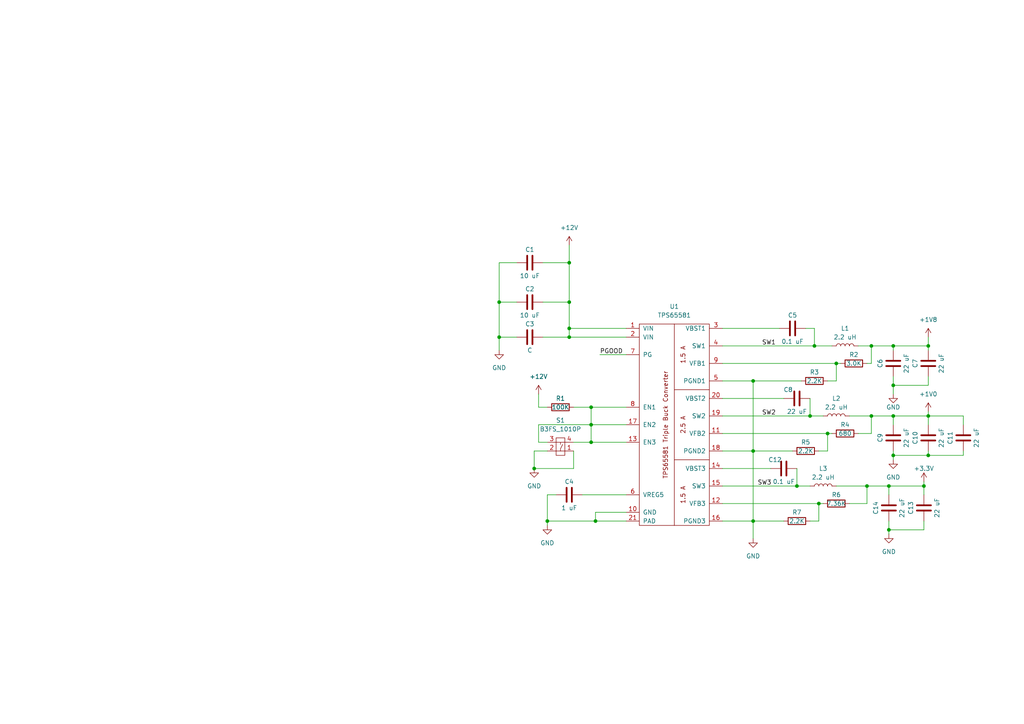
<source format=kicad_sch>
(kicad_sch (version 20230121) (generator eeschema)

  (uuid 6d34d272-376a-4771-99e5-85e7dd6edf17)

  (paper "A4")

  (lib_symbols
    (symbol "Device:C" (pin_numbers hide) (pin_names (offset 0.254)) (in_bom yes) (on_board yes)
      (property "Reference" "C" (at 0.635 2.54 0)
        (effects (font (size 1.27 1.27)) (justify left))
      )
      (property "Value" "C" (at 0.635 -2.54 0)
        (effects (font (size 1.27 1.27)) (justify left))
      )
      (property "Footprint" "" (at 0.9652 -3.81 0)
        (effects (font (size 1.27 1.27)) hide)
      )
      (property "Datasheet" "~" (at 0 0 0)
        (effects (font (size 1.27 1.27)) hide)
      )
      (property "ki_keywords" "cap capacitor" (at 0 0 0)
        (effects (font (size 1.27 1.27)) hide)
      )
      (property "ki_description" "Unpolarized capacitor" (at 0 0 0)
        (effects (font (size 1.27 1.27)) hide)
      )
      (property "ki_fp_filters" "C_*" (at 0 0 0)
        (effects (font (size 1.27 1.27)) hide)
      )
      (symbol "C_0_1"
        (polyline
          (pts
            (xy -2.032 -0.762)
            (xy 2.032 -0.762)
          )
          (stroke (width 0.508) (type default))
          (fill (type none))
        )
        (polyline
          (pts
            (xy -2.032 0.762)
            (xy 2.032 0.762)
          )
          (stroke (width 0.508) (type default))
          (fill (type none))
        )
      )
      (symbol "C_1_1"
        (pin passive line (at 0 3.81 270) (length 2.794)
          (name "~" (effects (font (size 1.27 1.27))))
          (number "1" (effects (font (size 1.27 1.27))))
        )
        (pin passive line (at 0 -3.81 90) (length 2.794)
          (name "~" (effects (font (size 1.27 1.27))))
          (number "2" (effects (font (size 1.27 1.27))))
        )
      )
    )
    (symbol "Device:L" (pin_numbers hide) (pin_names (offset 1.016) hide) (in_bom yes) (on_board yes)
      (property "Reference" "L" (at -1.27 0 90)
        (effects (font (size 1.27 1.27)))
      )
      (property "Value" "L" (at 1.905 0 90)
        (effects (font (size 1.27 1.27)))
      )
      (property "Footprint" "" (at 0 0 0)
        (effects (font (size 1.27 1.27)) hide)
      )
      (property "Datasheet" "~" (at 0 0 0)
        (effects (font (size 1.27 1.27)) hide)
      )
      (property "ki_keywords" "inductor choke coil reactor magnetic" (at 0 0 0)
        (effects (font (size 1.27 1.27)) hide)
      )
      (property "ki_description" "Inductor" (at 0 0 0)
        (effects (font (size 1.27 1.27)) hide)
      )
      (property "ki_fp_filters" "Choke_* *Coil* Inductor_* L_*" (at 0 0 0)
        (effects (font (size 1.27 1.27)) hide)
      )
      (symbol "L_0_1"
        (arc (start 0 -2.54) (mid 0.6323 -1.905) (end 0 -1.27)
          (stroke (width 0) (type default))
          (fill (type none))
        )
        (arc (start 0 -1.27) (mid 0.6323 -0.635) (end 0 0)
          (stroke (width 0) (type default))
          (fill (type none))
        )
        (arc (start 0 0) (mid 0.6323 0.635) (end 0 1.27)
          (stroke (width 0) (type default))
          (fill (type none))
        )
        (arc (start 0 1.27) (mid 0.6323 1.905) (end 0 2.54)
          (stroke (width 0) (type default))
          (fill (type none))
        )
      )
      (symbol "L_1_1"
        (pin passive line (at 0 3.81 270) (length 1.27)
          (name "1" (effects (font (size 1.27 1.27))))
          (number "1" (effects (font (size 1.27 1.27))))
        )
        (pin passive line (at 0 -3.81 90) (length 1.27)
          (name "2" (effects (font (size 1.27 1.27))))
          (number "2" (effects (font (size 1.27 1.27))))
        )
      )
    )
    (symbol "Device:R" (pin_numbers hide) (pin_names (offset 0)) (in_bom yes) (on_board yes)
      (property "Reference" "R" (at 2.032 0 90)
        (effects (font (size 1.27 1.27)))
      )
      (property "Value" "R" (at 0 0 90)
        (effects (font (size 1.27 1.27)))
      )
      (property "Footprint" "" (at -1.778 0 90)
        (effects (font (size 1.27 1.27)) hide)
      )
      (property "Datasheet" "~" (at 0 0 0)
        (effects (font (size 1.27 1.27)) hide)
      )
      (property "ki_keywords" "R res resistor" (at 0 0 0)
        (effects (font (size 1.27 1.27)) hide)
      )
      (property "ki_description" "Resistor" (at 0 0 0)
        (effects (font (size 1.27 1.27)) hide)
      )
      (property "ki_fp_filters" "R_*" (at 0 0 0)
        (effects (font (size 1.27 1.27)) hide)
      )
      (symbol "R_0_1"
        (rectangle (start -1.016 -2.54) (end 1.016 2.54)
          (stroke (width 0.254) (type default))
          (fill (type none))
        )
      )
      (symbol "R_1_1"
        (pin passive line (at 0 3.81 270) (length 1.27)
          (name "~" (effects (font (size 1.27 1.27))))
          (number "1" (effects (font (size 1.27 1.27))))
        )
        (pin passive line (at 0 -3.81 90) (length 1.27)
          (name "~" (effects (font (size 1.27 1.27))))
          (number "2" (effects (font (size 1.27 1.27))))
        )
      )
    )
    (symbol "FPGA_project_parts:B3FS_1010P" (pin_names (offset 1.016) hide) (in_bom yes) (on_board yes)
      (property "Reference" "S" (at 0 3.81 0)
        (effects (font (size 1.27 1.27)))
      )
      (property "Value" "B3FS_1010P" (at 0 -3.81 0)
        (effects (font (size 1.27 1.27)))
      )
      (property "Footprint" "my_parts:B3FS_1010P" (at 0 0 0)
        (effects (font (size 1.27 1.27)) hide)
      )
      (property "Datasheet" "" (at 0 0 0)
        (effects (font (size 1.27 1.27)) hide)
      )
      (symbol "B3FS_1010P_0_1"
        (rectangle (start -1.27 2.54) (end 1.27 -2.54)
          (stroke (width 0) (type solid))
          (fill (type none))
        )
        (polyline
          (pts
            (xy -1.27 -1.27)
            (xy 1.27 -1.27)
          )
          (stroke (width 0) (type solid))
          (fill (type none))
        )
        (polyline
          (pts
            (xy -1.27 1.27)
            (xy 1.27 1.27)
          )
          (stroke (width 0) (type solid))
          (fill (type none))
        )
        (polyline
          (pts
            (xy 0 1.27)
            (xy 0 0.635)
          )
          (stroke (width 0) (type solid))
          (fill (type none))
        )
        (polyline
          (pts
            (xy 0 -1.27)
            (xy 0 -0.635)
            (xy 0.635 0.635)
          )
          (stroke (width 0) (type solid))
          (fill (type none))
        )
      )
      (symbol "B3FS_1010P_1_1"
        (pin input line (at 3.81 -1.27 180) (length 2.54)
          (name "1" (effects (font (size 1.27 1.27))))
          (number "1" (effects (font (size 1.27 1.27))))
        )
        (pin input line (at -3.81 -1.27 0) (length 2.54)
          (name "2" (effects (font (size 1.27 1.27))))
          (number "2" (effects (font (size 1.27 1.27))))
        )
        (pin input line (at -3.81 1.27 0) (length 2.54)
          (name "3" (effects (font (size 1.27 1.27))))
          (number "3" (effects (font (size 1.27 1.27))))
        )
        (pin input line (at 3.81 1.27 180) (length 2.54)
          (name "4" (effects (font (size 1.27 1.27))))
          (number "4" (effects (font (size 1.27 1.27))))
        )
      )
    )
    (symbol "FPGA_project_parts:TPS65581" (pin_names (offset 1.016)) (in_bom yes) (on_board yes)
      (property "Reference" "U" (at 0 30.48 0)
        (effects (font (size 1.27 1.27)))
      )
      (property "Value" "TPS65581" (at 0 -30.48 0)
        (effects (font (size 1.27 1.27)))
      )
      (property "Footprint" "Package_SO:HTSSOP-20-1EP_4.4x6.5mm_P0.65mm_EP3.4x6.5mm_Mask2.75x3.43mm_ThermalVias" (at 0 0 0)
        (effects (font (size 1.27 1.27)) hide)
      )
      (property "Datasheet" "" (at 0 0 0)
        (effects (font (size 1.27 1.27)) hide)
      )
      (symbol "TPS65581_0_0"
        (polyline
          (pts
            (xy 10.16 -10.16)
            (xy 0 -10.16)
          )
          (stroke (width 0) (type solid))
          (fill (type none))
        )
        (polyline
          (pts
            (xy 10.16 10.16)
            (xy 0 10.16)
          )
          (stroke (width 0) (type solid))
          (fill (type none))
        )
        (text "1.5 A" (at 2.54 -20.32 900)
          (effects (font (size 1.27 1.27)))
        )
        (text "1.5 A" (at 2.54 20.32 900)
          (effects (font (size 1.27 1.27)))
        )
        (text "2.5 A" (at 2.54 0 900)
          (effects (font (size 1.27 1.27)))
        )
        (text "TPS65581 Triple Buck Converter" (at -2.54 0 900)
          (effects (font (size 1.27 1.27)))
        )
      )
      (symbol "TPS65581_0_1"
        (rectangle (start -10.16 29.21) (end 10.16 -29.21)
          (stroke (width 0) (type solid))
          (fill (type none))
        )
        (polyline
          (pts
            (xy 0 29.21)
            (xy 0 -29.21)
          )
          (stroke (width 0) (type solid))
          (fill (type none))
        )
      )
      (symbol "TPS65581_1_1"
        (pin power_in line (at -13.97 27.94 0) (length 3.81)
          (name "VIN" (effects (font (size 1.27 1.27))))
          (number "1" (effects (font (size 1.27 1.27))))
        )
        (pin power_in line (at -13.97 -25.4 0) (length 3.81)
          (name "GND" (effects (font (size 1.27 1.27))))
          (number "10" (effects (font (size 1.27 1.27))))
        )
        (pin power_out line (at 13.97 -2.54 180) (length 3.81)
          (name "VFB2" (effects (font (size 1.27 1.27))))
          (number "11" (effects (font (size 1.27 1.27))))
        )
        (pin power_out line (at 13.97 -22.86 180) (length 3.81)
          (name "VFB3" (effects (font (size 1.27 1.27))))
          (number "12" (effects (font (size 1.27 1.27))))
        )
        (pin input line (at -13.97 -5.08 0) (length 3.81)
          (name "EN3" (effects (font (size 1.27 1.27))))
          (number "13" (effects (font (size 1.27 1.27))))
        )
        (pin power_out line (at 13.97 -12.7 180) (length 3.81)
          (name "VBST3" (effects (font (size 1.27 1.27))))
          (number "14" (effects (font (size 1.27 1.27))))
        )
        (pin power_out line (at 13.97 -17.78 180) (length 3.81)
          (name "SW3" (effects (font (size 1.27 1.27))))
          (number "15" (effects (font (size 1.27 1.27))))
        )
        (pin power_in line (at 13.97 -27.94 180) (length 3.81)
          (name "PGND3" (effects (font (size 1.27 1.27))))
          (number "16" (effects (font (size 1.27 1.27))))
        )
        (pin input line (at -13.97 0 0) (length 3.81)
          (name "EN2" (effects (font (size 1.27 1.27))))
          (number "17" (effects (font (size 1.27 1.27))))
        )
        (pin power_in line (at 13.97 -7.62 180) (length 3.81)
          (name "PGND2" (effects (font (size 1.27 1.27))))
          (number "18" (effects (font (size 1.27 1.27))))
        )
        (pin power_out line (at 13.97 2.54 180) (length 3.81)
          (name "SW2" (effects (font (size 1.27 1.27))))
          (number "19" (effects (font (size 1.27 1.27))))
        )
        (pin power_in line (at -13.97 25.4 0) (length 3.81)
          (name "VIN" (effects (font (size 1.27 1.27))))
          (number "2" (effects (font (size 1.27 1.27))))
        )
        (pin power_out line (at 13.97 7.62 180) (length 3.81)
          (name "VBST2" (effects (font (size 1.27 1.27))))
          (number "20" (effects (font (size 1.27 1.27))))
        )
        (pin power_in line (at -13.97 -27.94 0) (length 3.81)
          (name "PAD" (effects (font (size 1.27 1.27))))
          (number "21" (effects (font (size 1.27 1.27))))
        )
        (pin power_out line (at 13.97 27.94 180) (length 3.81)
          (name "VBST1" (effects (font (size 1.27 1.27))))
          (number "3" (effects (font (size 1.27 1.27))))
        )
        (pin power_out line (at 13.97 22.86 180) (length 3.81)
          (name "SW1" (effects (font (size 1.27 1.27))))
          (number "4" (effects (font (size 1.27 1.27))))
        )
        (pin power_in line (at 13.97 12.7 180) (length 3.81)
          (name "PGND1" (effects (font (size 1.27 1.27))))
          (number "5" (effects (font (size 1.27 1.27))))
        )
        (pin power_out line (at -13.97 -20.32 0) (length 3.81)
          (name "VREG5" (effects (font (size 1.27 1.27))))
          (number "6" (effects (font (size 1.27 1.27))))
        )
        (pin open_collector line (at -13.97 20.32 0) (length 3.81)
          (name "PG" (effects (font (size 1.27 1.27))))
          (number "7" (effects (font (size 1.27 1.27))))
        )
        (pin input line (at -13.97 5.08 0) (length 3.81)
          (name "EN1" (effects (font (size 1.27 1.27))))
          (number "8" (effects (font (size 1.27 1.27))))
        )
        (pin power_out line (at 13.97 17.78 180) (length 3.81)
          (name "VFB1" (effects (font (size 1.27 1.27))))
          (number "9" (effects (font (size 1.27 1.27))))
        )
      )
    )
    (symbol "power:+12V" (power) (pin_names (offset 0)) (in_bom yes) (on_board yes)
      (property "Reference" "#PWR" (at 0 -3.81 0)
        (effects (font (size 1.27 1.27)) hide)
      )
      (property "Value" "+12V" (at 0 3.556 0)
        (effects (font (size 1.27 1.27)))
      )
      (property "Footprint" "" (at 0 0 0)
        (effects (font (size 1.27 1.27)) hide)
      )
      (property "Datasheet" "" (at 0 0 0)
        (effects (font (size 1.27 1.27)) hide)
      )
      (property "ki_keywords" "global power" (at 0 0 0)
        (effects (font (size 1.27 1.27)) hide)
      )
      (property "ki_description" "Power symbol creates a global label with name \"+12V\"" (at 0 0 0)
        (effects (font (size 1.27 1.27)) hide)
      )
      (symbol "+12V_0_1"
        (polyline
          (pts
            (xy -0.762 1.27)
            (xy 0 2.54)
          )
          (stroke (width 0) (type default))
          (fill (type none))
        )
        (polyline
          (pts
            (xy 0 0)
            (xy 0 2.54)
          )
          (stroke (width 0) (type default))
          (fill (type none))
        )
        (polyline
          (pts
            (xy 0 2.54)
            (xy 0.762 1.27)
          )
          (stroke (width 0) (type default))
          (fill (type none))
        )
      )
      (symbol "+12V_1_1"
        (pin power_in line (at 0 0 90) (length 0) hide
          (name "+12V" (effects (font (size 1.27 1.27))))
          (number "1" (effects (font (size 1.27 1.27))))
        )
      )
    )
    (symbol "power:+1V0" (power) (pin_names (offset 0)) (in_bom yes) (on_board yes)
      (property "Reference" "#PWR" (at 0 -3.81 0)
        (effects (font (size 1.27 1.27)) hide)
      )
      (property "Value" "+1V0" (at 0 3.556 0)
        (effects (font (size 1.27 1.27)))
      )
      (property "Footprint" "" (at 0 0 0)
        (effects (font (size 1.27 1.27)) hide)
      )
      (property "Datasheet" "" (at 0 0 0)
        (effects (font (size 1.27 1.27)) hide)
      )
      (property "ki_keywords" "global power" (at 0 0 0)
        (effects (font (size 1.27 1.27)) hide)
      )
      (property "ki_description" "Power symbol creates a global label with name \"+1V0\"" (at 0 0 0)
        (effects (font (size 1.27 1.27)) hide)
      )
      (symbol "+1V0_0_1"
        (polyline
          (pts
            (xy -0.762 1.27)
            (xy 0 2.54)
          )
          (stroke (width 0) (type default))
          (fill (type none))
        )
        (polyline
          (pts
            (xy 0 0)
            (xy 0 2.54)
          )
          (stroke (width 0) (type default))
          (fill (type none))
        )
        (polyline
          (pts
            (xy 0 2.54)
            (xy 0.762 1.27)
          )
          (stroke (width 0) (type default))
          (fill (type none))
        )
      )
      (symbol "+1V0_1_1"
        (pin power_in line (at 0 0 90) (length 0) hide
          (name "+1V0" (effects (font (size 1.27 1.27))))
          (number "1" (effects (font (size 1.27 1.27))))
        )
      )
    )
    (symbol "power:+1V8" (power) (pin_names (offset 0)) (in_bom yes) (on_board yes)
      (property "Reference" "#PWR" (at 0 -3.81 0)
        (effects (font (size 1.27 1.27)) hide)
      )
      (property "Value" "+1V8" (at 0 3.556 0)
        (effects (font (size 1.27 1.27)))
      )
      (property "Footprint" "" (at 0 0 0)
        (effects (font (size 1.27 1.27)) hide)
      )
      (property "Datasheet" "" (at 0 0 0)
        (effects (font (size 1.27 1.27)) hide)
      )
      (property "ki_keywords" "global power" (at 0 0 0)
        (effects (font (size 1.27 1.27)) hide)
      )
      (property "ki_description" "Power symbol creates a global label with name \"+1V8\"" (at 0 0 0)
        (effects (font (size 1.27 1.27)) hide)
      )
      (symbol "+1V8_0_1"
        (polyline
          (pts
            (xy -0.762 1.27)
            (xy 0 2.54)
          )
          (stroke (width 0) (type default))
          (fill (type none))
        )
        (polyline
          (pts
            (xy 0 0)
            (xy 0 2.54)
          )
          (stroke (width 0) (type default))
          (fill (type none))
        )
        (polyline
          (pts
            (xy 0 2.54)
            (xy 0.762 1.27)
          )
          (stroke (width 0) (type default))
          (fill (type none))
        )
      )
      (symbol "+1V8_1_1"
        (pin power_in line (at 0 0 90) (length 0) hide
          (name "+1V8" (effects (font (size 1.27 1.27))))
          (number "1" (effects (font (size 1.27 1.27))))
        )
      )
    )
    (symbol "power:+3.3V" (power) (pin_names (offset 0)) (in_bom yes) (on_board yes)
      (property "Reference" "#PWR" (at 0 -3.81 0)
        (effects (font (size 1.27 1.27)) hide)
      )
      (property "Value" "+3.3V" (at 0 3.556 0)
        (effects (font (size 1.27 1.27)))
      )
      (property "Footprint" "" (at 0 0 0)
        (effects (font (size 1.27 1.27)) hide)
      )
      (property "Datasheet" "" (at 0 0 0)
        (effects (font (size 1.27 1.27)) hide)
      )
      (property "ki_keywords" "global power" (at 0 0 0)
        (effects (font (size 1.27 1.27)) hide)
      )
      (property "ki_description" "Power symbol creates a global label with name \"+3.3V\"" (at 0 0 0)
        (effects (font (size 1.27 1.27)) hide)
      )
      (symbol "+3.3V_0_1"
        (polyline
          (pts
            (xy -0.762 1.27)
            (xy 0 2.54)
          )
          (stroke (width 0) (type default))
          (fill (type none))
        )
        (polyline
          (pts
            (xy 0 0)
            (xy 0 2.54)
          )
          (stroke (width 0) (type default))
          (fill (type none))
        )
        (polyline
          (pts
            (xy 0 2.54)
            (xy 0.762 1.27)
          )
          (stroke (width 0) (type default))
          (fill (type none))
        )
      )
      (symbol "+3.3V_1_1"
        (pin power_in line (at 0 0 90) (length 0) hide
          (name "+3.3V" (effects (font (size 1.27 1.27))))
          (number "1" (effects (font (size 1.27 1.27))))
        )
      )
    )
    (symbol "power:GND" (power) (pin_names (offset 0)) (in_bom yes) (on_board yes)
      (property "Reference" "#PWR" (at 0 -6.35 0)
        (effects (font (size 1.27 1.27)) hide)
      )
      (property "Value" "GND" (at 0 -3.81 0)
        (effects (font (size 1.27 1.27)))
      )
      (property "Footprint" "" (at 0 0 0)
        (effects (font (size 1.27 1.27)) hide)
      )
      (property "Datasheet" "" (at 0 0 0)
        (effects (font (size 1.27 1.27)) hide)
      )
      (property "ki_keywords" "global power" (at 0 0 0)
        (effects (font (size 1.27 1.27)) hide)
      )
      (property "ki_description" "Power symbol creates a global label with name \"GND\" , ground" (at 0 0 0)
        (effects (font (size 1.27 1.27)) hide)
      )
      (symbol "GND_0_1"
        (polyline
          (pts
            (xy 0 0)
            (xy 0 -1.27)
            (xy 1.27 -1.27)
            (xy 0 -2.54)
            (xy -1.27 -1.27)
            (xy 0 -1.27)
          )
          (stroke (width 0) (type default))
          (fill (type none))
        )
      )
      (symbol "GND_1_1"
        (pin power_in line (at 0 0 270) (length 0) hide
          (name "GND" (effects (font (size 1.27 1.27))))
          (number "1" (effects (font (size 1.27 1.27))))
        )
      )
    )
  )

  (junction (at 252.73 120.65) (diameter 0) (color 0 0 0 0)
    (uuid 0aea494b-06b1-4bf2-95dc-8ec132174324)
  )
  (junction (at 251.46 140.97) (diameter 0) (color 0 0 0 0)
    (uuid 18a00346-cb3c-419a-8e37-503c19639c46)
  )
  (junction (at 267.97 140.97) (diameter 0) (color 0 0 0 0)
    (uuid 1a2bd7b4-9f66-4080-b650-1eb8355aafce)
  )
  (junction (at 171.45 128.27) (diameter 0) (color 0 0 0 0)
    (uuid 25c07319-da5e-4a34-8af3-1060cbdb2225)
  )
  (junction (at 218.44 130.81) (diameter 0) (color 0 0 0 0)
    (uuid 2b946a21-e239-4b5b-857b-6a47f756564f)
  )
  (junction (at 144.78 97.79) (diameter 0) (color 0 0 0 0)
    (uuid 30d6ac7a-b47a-4779-843f-05c9dcee3e90)
  )
  (junction (at 269.24 100.33) (diameter 0) (color 0 0 0 0)
    (uuid 30f43d40-dd7a-4881-8371-788721b9eae6)
  )
  (junction (at 171.45 118.11) (diameter 0) (color 0 0 0 0)
    (uuid 318ee54d-797c-4c3c-91f8-1f42a00c2b2d)
  )
  (junction (at 242.57 105.41) (diameter 0) (color 0 0 0 0)
    (uuid 3832fca3-15ed-4a98-8046-d5b2e13c3efd)
  )
  (junction (at 171.45 123.19) (diameter 0) (color 0 0 0 0)
    (uuid 3b205de3-f0e8-4de4-9a2c-fc5ee4ed5e78)
  )
  (junction (at 257.81 140.97) (diameter 0) (color 0 0 0 0)
    (uuid 3dad7fce-e1cd-43c7-9883-85163d5f5b35)
  )
  (junction (at 259.08 100.33) (diameter 0) (color 0 0 0 0)
    (uuid 519e86e4-9a55-44cc-856c-4cb6ed2b131d)
  )
  (junction (at 259.08 111.76) (diameter 0) (color 0 0 0 0)
    (uuid 5af1f702-6dd2-499d-9dfd-b00408fd6c0e)
  )
  (junction (at 144.78 87.63) (diameter 0) (color 0 0 0 0)
    (uuid 5c356d36-b39b-4944-a0d2-d288b7a812e5)
  )
  (junction (at 236.22 100.33) (diameter 0) (color 0 0 0 0)
    (uuid 61836033-7e14-408a-aa41-3c979b741ebe)
  )
  (junction (at 218.44 151.13) (diameter 0) (color 0 0 0 0)
    (uuid 644a020a-1d47-4d7a-adbb-03380379d6e1)
  )
  (junction (at 165.1 95.25) (diameter 0) (color 0 0 0 0)
    (uuid 6c16f20a-76cf-4045-a7ad-50ee595ee2a3)
  )
  (junction (at 165.1 97.79) (diameter 0) (color 0 0 0 0)
    (uuid 6e1a9fed-ec89-4c77-8e1a-75172903d3ad)
  )
  (junction (at 259.08 132.08) (diameter 0) (color 0 0 0 0)
    (uuid 6eae2cbc-895a-4529-93e7-627c8004b4b0)
  )
  (junction (at 154.94 135.89) (diameter 0) (color 0 0 0 0)
    (uuid 7064e17b-d973-41f1-8ee7-e56de3f7b1d2)
  )
  (junction (at 237.49 146.05) (diameter 0) (color 0 0 0 0)
    (uuid 73a38bdf-4d41-4186-8436-dcb34b2ad1c7)
  )
  (junction (at 252.73 100.33) (diameter 0) (color 0 0 0 0)
    (uuid 7a239d8b-2dde-4dbc-b0ca-bd40b50c8b0e)
  )
  (junction (at 172.72 151.13) (diameter 0) (color 0 0 0 0)
    (uuid 810b761f-e38b-4bbd-be59-734e3130c571)
  )
  (junction (at 240.03 125.73) (diameter 0) (color 0 0 0 0)
    (uuid 9aaed438-6538-40f4-80ae-efa9cdb59d23)
  )
  (junction (at 165.1 87.63) (diameter 0) (color 0 0 0 0)
    (uuid a9742b83-b3f5-473a-9654-d2780fd99c82)
  )
  (junction (at 234.95 120.65) (diameter 0) (color 0 0 0 0)
    (uuid c7c5a69f-6e0b-4e1d-8460-08d006ff74cf)
  )
  (junction (at 269.24 120.65) (diameter 0) (color 0 0 0 0)
    (uuid c7d508b6-02af-4ffc-84cd-c6504a5cf030)
  )
  (junction (at 165.1 76.2) (diameter 0) (color 0 0 0 0)
    (uuid c9cbae6d-ed09-4dbf-95ee-2c88e7c49778)
  )
  (junction (at 218.44 110.49) (diameter 0) (color 0 0 0 0)
    (uuid c9fb1981-f8e1-423a-b610-ae19d9241d28)
  )
  (junction (at 259.08 120.65) (diameter 0) (color 0 0 0 0)
    (uuid cb6cc5a4-251b-432d-b907-8ca3a3825bbd)
  )
  (junction (at 158.75 151.13) (diameter 0) (color 0 0 0 0)
    (uuid de01acca-44db-4bfb-ba53-f3b554719f90)
  )
  (junction (at 257.81 153.67) (diameter 0) (color 0 0 0 0)
    (uuid e4fc6580-1b08-4600-a963-d919bee7a054)
  )
  (junction (at 269.24 132.08) (diameter 0) (color 0 0 0 0)
    (uuid ef380027-dd82-4ad7-a20c-1bea40e40359)
  )
  (junction (at 231.14 140.97) (diameter 0) (color 0 0 0 0)
    (uuid f5395050-e2f1-468e-816e-ce88a4cc146a)
  )

  (wire (pts (xy 259.08 130.81) (xy 259.08 132.08))
    (stroke (width 0) (type default))
    (uuid 00227841-efae-42dd-8e0e-30c80453727f)
  )
  (wire (pts (xy 259.08 100.33) (xy 269.24 100.33))
    (stroke (width 0) (type default))
    (uuid 02a320dc-e02b-467f-83f1-84d910ca5d07)
  )
  (wire (pts (xy 279.4 130.81) (xy 279.4 132.08))
    (stroke (width 0) (type default))
    (uuid 04f71d27-c3b2-43e4-8552-f7b1ec90c296)
  )
  (wire (pts (xy 181.61 151.13) (xy 172.72 151.13))
    (stroke (width 0) (type default))
    (uuid 07942b7e-d8a9-4a7e-8728-6354f61a7677)
  )
  (wire (pts (xy 252.73 100.33) (xy 259.08 100.33))
    (stroke (width 0) (type default))
    (uuid 0970f8b6-9ba4-4768-b6dd-dcd59df5084e)
  )
  (wire (pts (xy 259.08 120.65) (xy 259.08 123.19))
    (stroke (width 0) (type default))
    (uuid 0b984323-c213-4a58-a5de-91b17c835990)
  )
  (wire (pts (xy 168.91 143.51) (xy 181.61 143.51))
    (stroke (width 0) (type default))
    (uuid 0bc19dd3-7578-44d3-ade6-05a0b8f049fc)
  )
  (wire (pts (xy 279.4 132.08) (xy 269.24 132.08))
    (stroke (width 0) (type default))
    (uuid 0c73dddd-5376-4ba0-a9d5-09da1dde0bf3)
  )
  (wire (pts (xy 209.55 100.33) (xy 236.22 100.33))
    (stroke (width 0) (type default))
    (uuid 0c8d8916-5b6d-406d-bf98-cc6668b20dd2)
  )
  (wire (pts (xy 269.24 120.65) (xy 269.24 119.38))
    (stroke (width 0) (type default))
    (uuid 11f91eeb-92f2-482b-a1b6-b8d90cc32a4c)
  )
  (wire (pts (xy 218.44 151.13) (xy 218.44 156.21))
    (stroke (width 0) (type default))
    (uuid 17b57d50-d57e-4fc4-be87-4ad0e2be36e4)
  )
  (wire (pts (xy 242.57 105.41) (xy 243.84 105.41))
    (stroke (width 0) (type default))
    (uuid 17ec9a30-d9de-4057-b338-7daa11398b60)
  )
  (wire (pts (xy 172.72 148.59) (xy 172.72 151.13))
    (stroke (width 0) (type default))
    (uuid 17ef2eb3-a6ec-406c-8c1e-00b341597236)
  )
  (wire (pts (xy 218.44 130.81) (xy 218.44 151.13))
    (stroke (width 0) (type default))
    (uuid 1b44f7b5-73a7-419c-af74-d1fa4e85ab99)
  )
  (wire (pts (xy 240.03 130.81) (xy 240.03 125.73))
    (stroke (width 0) (type default))
    (uuid 1b5299f6-2f4f-4e8c-bd0f-1d6c2f289f17)
  )
  (wire (pts (xy 158.75 143.51) (xy 158.75 151.13))
    (stroke (width 0) (type default))
    (uuid 1bf6e638-cd46-4cdd-9091-e39230a2741b)
  )
  (wire (pts (xy 165.1 87.63) (xy 165.1 76.2))
    (stroke (width 0) (type default))
    (uuid 1d5b0025-50d0-4e5e-86cb-db5b5518eedb)
  )
  (wire (pts (xy 144.78 97.79) (xy 149.86 97.79))
    (stroke (width 0) (type default))
    (uuid 1d79486e-0512-416a-a567-8164130bc53c)
  )
  (wire (pts (xy 242.57 105.41) (xy 242.57 110.49))
    (stroke (width 0) (type default))
    (uuid 243d0a5d-657e-48f2-9656-aa1488400a2d)
  )
  (wire (pts (xy 154.94 130.81) (xy 154.94 135.89))
    (stroke (width 0) (type default))
    (uuid 25a50d6b-0923-4dea-942f-fe5adbf1e1d0)
  )
  (wire (pts (xy 269.24 100.33) (xy 269.24 101.6))
    (stroke (width 0) (type default))
    (uuid 2a38b98a-701e-46c0-8868-931af382b824)
  )
  (wire (pts (xy 259.08 100.33) (xy 259.08 101.6))
    (stroke (width 0) (type default))
    (uuid 2ad6e3f7-b9d0-48e2-a560-a18724f1b38d)
  )
  (wire (pts (xy 267.97 151.13) (xy 267.97 153.67))
    (stroke (width 0) (type default))
    (uuid 3102c713-f833-4dd5-ad93-467be1de62c5)
  )
  (wire (pts (xy 269.24 111.76) (xy 259.08 111.76))
    (stroke (width 0) (type default))
    (uuid 32a92be9-7bf0-446d-a797-14950f0fa9ca)
  )
  (wire (pts (xy 269.24 132.08) (xy 259.08 132.08))
    (stroke (width 0) (type default))
    (uuid 34b8138a-372c-458d-87a9-48e45fff3086)
  )
  (wire (pts (xy 240.03 125.73) (xy 241.3 125.73))
    (stroke (width 0) (type default))
    (uuid 3501f867-92d0-4b62-b687-d8e50447c04e)
  )
  (wire (pts (xy 269.24 120.65) (xy 279.4 120.65))
    (stroke (width 0) (type default))
    (uuid 39cfa099-5b4a-4417-a50d-99c79342e5c4)
  )
  (wire (pts (xy 269.24 100.33) (xy 269.24 97.79))
    (stroke (width 0) (type default))
    (uuid 3a68b2b3-4f8e-49f1-9bf3-ececaa2e5523)
  )
  (wire (pts (xy 218.44 151.13) (xy 227.33 151.13))
    (stroke (width 0) (type default))
    (uuid 3cd05c4d-f311-4768-848d-6dc4e3a570db)
  )
  (wire (pts (xy 259.08 114.3) (xy 259.08 111.76))
    (stroke (width 0) (type default))
    (uuid 3ee4e432-2c12-4cf2-af08-ac288d67d017)
  )
  (wire (pts (xy 248.92 100.33) (xy 252.73 100.33))
    (stroke (width 0) (type default))
    (uuid 40cd9ed7-461c-4757-b30f-faeef0457348)
  )
  (wire (pts (xy 165.1 95.25) (xy 165.1 87.63))
    (stroke (width 0) (type default))
    (uuid 40fdd204-4e4d-4709-a3d2-65fdfad07155)
  )
  (wire (pts (xy 252.73 100.33) (xy 252.73 105.41))
    (stroke (width 0) (type default))
    (uuid 42a395b5-adeb-46d6-971f-e910010d9bca)
  )
  (wire (pts (xy 237.49 146.05) (xy 238.76 146.05))
    (stroke (width 0) (type default))
    (uuid 458911df-dfd9-4006-b6df-2fb35dbeac22)
  )
  (wire (pts (xy 158.75 151.13) (xy 158.75 152.4))
    (stroke (width 0) (type default))
    (uuid 462fa52c-d5c6-4fd7-9ff4-0869ffb5cc4a)
  )
  (wire (pts (xy 166.37 118.11) (xy 171.45 118.11))
    (stroke (width 0) (type default))
    (uuid 476b45a0-9932-41bc-8598-91988183e36d)
  )
  (wire (pts (xy 267.97 153.67) (xy 257.81 153.67))
    (stroke (width 0) (type default))
    (uuid 48fb4b8b-e57a-4f3c-bb30-1e4352cd85b1)
  )
  (wire (pts (xy 234.95 115.57) (xy 234.95 120.65))
    (stroke (width 0) (type default))
    (uuid 493dc2a1-7424-4ac4-9160-97f1cb829d76)
  )
  (wire (pts (xy 259.08 132.08) (xy 259.08 133.35))
    (stroke (width 0) (type default))
    (uuid 4951de56-1a22-42aa-abfc-6f47846a2cea)
  )
  (wire (pts (xy 218.44 110.49) (xy 232.41 110.49))
    (stroke (width 0) (type default))
    (uuid 4b4522f5-1dc3-4372-a883-2877dac12b56)
  )
  (wire (pts (xy 233.68 95.25) (xy 236.22 95.25))
    (stroke (width 0) (type default))
    (uuid 4d1fae50-92bb-4594-a4df-c326654a5f28)
  )
  (wire (pts (xy 218.44 130.81) (xy 229.87 130.81))
    (stroke (width 0) (type default))
    (uuid 4d3f886e-f605-481f-b883-786e7c562168)
  )
  (wire (pts (xy 209.55 110.49) (xy 218.44 110.49))
    (stroke (width 0) (type default))
    (uuid 4fe92fef-cebb-45a1-a81b-90d002b4aa32)
  )
  (wire (pts (xy 218.44 110.49) (xy 218.44 130.81))
    (stroke (width 0) (type default))
    (uuid 50d985a7-d4d5-44e9-99a0-9d42fd2526d2)
  )
  (wire (pts (xy 171.45 123.19) (xy 156.21 123.19))
    (stroke (width 0) (type default))
    (uuid 546d78c9-3ded-4aaa-97ec-120a5fa40d2b)
  )
  (wire (pts (xy 156.21 128.27) (xy 158.75 128.27))
    (stroke (width 0) (type default))
    (uuid 55bee4e3-a92f-471b-9a84-a82ef241d3f9)
  )
  (wire (pts (xy 171.45 118.11) (xy 181.61 118.11))
    (stroke (width 0) (type default))
    (uuid 56229987-4656-4d3d-9bfa-f96e03abc87d)
  )
  (wire (pts (xy 257.81 140.97) (xy 257.81 143.51))
    (stroke (width 0) (type default))
    (uuid 56d5f497-2cb1-48b7-acdf-c794b90f1846)
  )
  (wire (pts (xy 252.73 120.65) (xy 259.08 120.65))
    (stroke (width 0) (type default))
    (uuid 5a968b33-42aa-444f-9531-d2e4d1a87d57)
  )
  (wire (pts (xy 267.97 140.97) (xy 267.97 143.51))
    (stroke (width 0) (type default))
    (uuid 5b048079-d7ae-46d1-90e7-dcc3264047e4)
  )
  (wire (pts (xy 181.61 95.25) (xy 165.1 95.25))
    (stroke (width 0) (type default))
    (uuid 5cbebb29-9d85-4e3e-9ec5-da2cfda50860)
  )
  (wire (pts (xy 269.24 109.22) (xy 269.24 111.76))
    (stroke (width 0) (type default))
    (uuid 5e2e5257-2b1e-42e4-9fd9-f9f8bc0a793e)
  )
  (wire (pts (xy 157.48 87.63) (xy 165.1 87.63))
    (stroke (width 0) (type default))
    (uuid 610934c8-ee6b-4058-83c1-393d9895fe7d)
  )
  (wire (pts (xy 251.46 140.97) (xy 257.81 140.97))
    (stroke (width 0) (type default))
    (uuid 642cd724-5afa-4d59-afba-c818e218e07b)
  )
  (wire (pts (xy 158.75 130.81) (xy 154.94 130.81))
    (stroke (width 0) (type default))
    (uuid 65899e8e-4e2d-42a3-b638-8dab62ea85b3)
  )
  (wire (pts (xy 158.75 118.11) (xy 156.21 118.11))
    (stroke (width 0) (type default))
    (uuid 65dae567-17d7-4901-8c45-9b8758cb4d86)
  )
  (wire (pts (xy 144.78 76.2) (xy 144.78 87.63))
    (stroke (width 0) (type default))
    (uuid 6a952ef8-65c9-41e9-8eca-1510136237f5)
  )
  (wire (pts (xy 209.55 135.89) (xy 223.52 135.89))
    (stroke (width 0) (type default))
    (uuid 6c2bda7d-f2e7-43e3-bde2-8a17eb6c14b6)
  )
  (wire (pts (xy 157.48 97.79) (xy 165.1 97.79))
    (stroke (width 0) (type default))
    (uuid 74cc663e-2728-4776-bfe8-765b19d0f18a)
  )
  (wire (pts (xy 231.14 135.89) (xy 231.14 140.97))
    (stroke (width 0) (type default))
    (uuid 75c4f78d-8033-4b83-9125-d0e90b3e6eb4)
  )
  (wire (pts (xy 259.08 109.22) (xy 259.08 111.76))
    (stroke (width 0) (type default))
    (uuid 7fa3a574-c072-4c20-8e64-58cc96a66f62)
  )
  (wire (pts (xy 166.37 130.81) (xy 166.37 135.89))
    (stroke (width 0) (type default))
    (uuid 80ba025b-bfa9-4a7e-a4c6-72136d6450d5)
  )
  (wire (pts (xy 237.49 146.05) (xy 237.49 151.13))
    (stroke (width 0) (type default))
    (uuid 8156ceed-9082-408d-a3e9-cba4f288bf34)
  )
  (wire (pts (xy 252.73 125.73) (xy 252.73 120.65))
    (stroke (width 0) (type default))
    (uuid 816052cd-a241-4e49-9a11-b4e63ab65eeb)
  )
  (wire (pts (xy 269.24 120.65) (xy 269.24 123.19))
    (stroke (width 0) (type default))
    (uuid 849d7aa0-1c23-4890-b071-6288ae7647ac)
  )
  (wire (pts (xy 144.78 97.79) (xy 144.78 101.6))
    (stroke (width 0) (type default))
    (uuid 84eec5c6-0383-48b3-b9ee-c6aa744af97e)
  )
  (wire (pts (xy 248.92 125.73) (xy 252.73 125.73))
    (stroke (width 0) (type default))
    (uuid 851f2569-fbc7-47c7-b5b1-1f6b5d0c2fee)
  )
  (wire (pts (xy 171.45 128.27) (xy 166.37 128.27))
    (stroke (width 0) (type default))
    (uuid 8c360708-e820-4883-ad43-c9a3d2643844)
  )
  (wire (pts (xy 171.45 128.27) (xy 181.61 128.27))
    (stroke (width 0) (type default))
    (uuid 8ef8f741-a560-4128-b013-3813677e7e85)
  )
  (wire (pts (xy 209.55 151.13) (xy 218.44 151.13))
    (stroke (width 0) (type default))
    (uuid 920f5219-4594-403b-9ab1-cd386c163a64)
  )
  (wire (pts (xy 209.55 146.05) (xy 237.49 146.05))
    (stroke (width 0) (type default))
    (uuid 9450535d-e930-4e96-a7ce-c01864fae11e)
  )
  (wire (pts (xy 246.38 120.65) (xy 252.73 120.65))
    (stroke (width 0) (type default))
    (uuid 94ba7098-0a34-4136-ba27-2a213bd108c1)
  )
  (wire (pts (xy 171.45 123.19) (xy 181.61 123.19))
    (stroke (width 0) (type default))
    (uuid 977a8d70-ebee-4650-9e74-23fe7c702080)
  )
  (wire (pts (xy 209.55 95.25) (xy 226.06 95.25))
    (stroke (width 0) (type default))
    (uuid 97ebdcc3-810a-4027-809d-334d1a2eee6e)
  )
  (wire (pts (xy 156.21 118.11) (xy 156.21 114.3))
    (stroke (width 0) (type default))
    (uuid 9a3dd487-d26d-418a-ae20-642df09e58b3)
  )
  (wire (pts (xy 171.45 118.11) (xy 171.45 123.19))
    (stroke (width 0) (type default))
    (uuid 9b62c289-79e1-4cb3-bffc-e7d5bf24507c)
  )
  (wire (pts (xy 156.21 123.19) (xy 156.21 128.27))
    (stroke (width 0) (type default))
    (uuid 9cd46fd7-63e5-4d8c-95c8-bbfe438cd02c)
  )
  (wire (pts (xy 181.61 148.59) (xy 172.72 148.59))
    (stroke (width 0) (type default))
    (uuid 9f5c4f77-1e8e-41ae-b3ab-b6f368b4e87d)
  )
  (wire (pts (xy 165.1 76.2) (xy 165.1 71.12))
    (stroke (width 0) (type default))
    (uuid a1416968-5d14-45e2-9586-e19d56717b58)
  )
  (wire (pts (xy 257.81 151.13) (xy 257.81 153.67))
    (stroke (width 0) (type default))
    (uuid a158fed9-7049-43bf-81fc-ac784fa20b8c)
  )
  (wire (pts (xy 161.29 143.51) (xy 158.75 143.51))
    (stroke (width 0) (type default))
    (uuid a23a66dc-f014-40f7-8ce0-947d6903c19c)
  )
  (wire (pts (xy 209.55 115.57) (xy 227.33 115.57))
    (stroke (width 0) (type default))
    (uuid a2862ef9-fc8e-41d9-ae0b-8a7ecc372d24)
  )
  (wire (pts (xy 242.57 110.49) (xy 240.03 110.49))
    (stroke (width 0) (type default))
    (uuid a53005fa-feb2-4e46-9680-d8e7e33c02f3)
  )
  (wire (pts (xy 209.55 125.73) (xy 240.03 125.73))
    (stroke (width 0) (type default))
    (uuid ae1cf0b3-242a-4e51-aed0-037db3dc87c7)
  )
  (wire (pts (xy 234.95 120.65) (xy 238.76 120.65))
    (stroke (width 0) (type default))
    (uuid b029959b-7819-4769-85dc-2e033c6efa2c)
  )
  (wire (pts (xy 157.48 76.2) (xy 165.1 76.2))
    (stroke (width 0) (type default))
    (uuid b3289e5c-199a-4ded-87ba-8b601da8469f)
  )
  (wire (pts (xy 149.86 76.2) (xy 144.78 76.2))
    (stroke (width 0) (type default))
    (uuid b650858f-7dfa-4ed8-b5de-b47a4d6b6070)
  )
  (wire (pts (xy 257.81 140.97) (xy 267.97 140.97))
    (stroke (width 0) (type default))
    (uuid bb706cd3-ce86-46e9-84d7-e0794dc0fd90)
  )
  (wire (pts (xy 172.72 151.13) (xy 158.75 151.13))
    (stroke (width 0) (type default))
    (uuid bb8acc9d-209b-4634-9247-8e2290b892b5)
  )
  (wire (pts (xy 165.1 97.79) (xy 165.1 95.25))
    (stroke (width 0) (type default))
    (uuid bd8cc424-049a-4162-8924-98f83f25675f)
  )
  (wire (pts (xy 171.45 123.19) (xy 171.45 128.27))
    (stroke (width 0) (type default))
    (uuid bf1a43ef-e8da-4537-b11d-5cf78748fd08)
  )
  (wire (pts (xy 269.24 130.81) (xy 269.24 132.08))
    (stroke (width 0) (type default))
    (uuid bfb12dde-7482-4bd1-af95-6ef523fd00ef)
  )
  (wire (pts (xy 209.55 105.41) (xy 242.57 105.41))
    (stroke (width 0) (type default))
    (uuid c1ec7c24-09d7-40e9-b7b8-fb4c17398f0a)
  )
  (wire (pts (xy 237.49 130.81) (xy 240.03 130.81))
    (stroke (width 0) (type default))
    (uuid c2136e65-1301-4173-aba0-0cff1b620783)
  )
  (wire (pts (xy 173.99 102.87) (xy 181.61 102.87))
    (stroke (width 0) (type default))
    (uuid c6fc428e-32f0-4296-a9d3-d0f3794a6611)
  )
  (wire (pts (xy 246.38 146.05) (xy 251.46 146.05))
    (stroke (width 0) (type default))
    (uuid ca4ce2f9-acc9-46b7-8a9a-a7c15ce2a716)
  )
  (wire (pts (xy 144.78 87.63) (xy 149.86 87.63))
    (stroke (width 0) (type default))
    (uuid caa6a900-1179-4393-b3cd-b45f387e169a)
  )
  (wire (pts (xy 259.08 120.65) (xy 269.24 120.65))
    (stroke (width 0) (type default))
    (uuid cea7fbca-5c89-4808-bbda-28859e0006f6)
  )
  (wire (pts (xy 279.4 120.65) (xy 279.4 123.19))
    (stroke (width 0) (type default))
    (uuid d2b33fb6-a26b-4d24-8ef3-d26b480976e7)
  )
  (wire (pts (xy 166.37 135.89) (xy 154.94 135.89))
    (stroke (width 0) (type default))
    (uuid d3e5fec4-fa08-40a0-98d0-a6635078902b)
  )
  (wire (pts (xy 144.78 87.63) (xy 144.78 97.79))
    (stroke (width 0) (type default))
    (uuid d9aa4dc5-6fb2-4c03-b281-f9c3dfd104ac)
  )
  (wire (pts (xy 209.55 140.97) (xy 231.14 140.97))
    (stroke (width 0) (type default))
    (uuid daabd213-07e5-4e7c-9e26-ef5e9ea3f0ff)
  )
  (wire (pts (xy 236.22 100.33) (xy 241.3 100.33))
    (stroke (width 0) (type default))
    (uuid ddaf693a-1a5b-4cfa-a9e3-d276d39f2aaa)
  )
  (wire (pts (xy 251.46 146.05) (xy 251.46 140.97))
    (stroke (width 0) (type default))
    (uuid dea272af-c35c-4a3f-9c46-4450f887b145)
  )
  (wire (pts (xy 209.55 130.81) (xy 218.44 130.81))
    (stroke (width 0) (type default))
    (uuid e16a8494-d4e0-48c3-a49b-ebeec91b2b71)
  )
  (wire (pts (xy 257.81 153.67) (xy 257.81 154.94))
    (stroke (width 0) (type default))
    (uuid e1b776ad-ddb4-49ae-8dc8-bcb6e5839bad)
  )
  (wire (pts (xy 267.97 140.97) (xy 267.97 139.7))
    (stroke (width 0) (type default))
    (uuid e7b28d1e-4d07-4f18-b04e-d02408c7b64c)
  )
  (wire (pts (xy 237.49 151.13) (xy 234.95 151.13))
    (stroke (width 0) (type default))
    (uuid e87c83e7-3723-4132-bcf1-70ccbf5589aa)
  )
  (wire (pts (xy 236.22 95.25) (xy 236.22 100.33))
    (stroke (width 0) (type default))
    (uuid e894dcf4-e021-4d36-8108-7777a5ea4a93)
  )
  (wire (pts (xy 231.14 140.97) (xy 234.95 140.97))
    (stroke (width 0) (type default))
    (uuid ec3527e7-375a-47a3-b443-4e8eb721bb9e)
  )
  (wire (pts (xy 209.55 120.65) (xy 234.95 120.65))
    (stroke (width 0) (type default))
    (uuid ecef9380-2c94-4af5-bebc-766c4295d213)
  )
  (wire (pts (xy 181.61 97.79) (xy 165.1 97.79))
    (stroke (width 0) (type default))
    (uuid ee9caf85-689e-4bdf-89bb-3deec6e4cbe5)
  )
  (wire (pts (xy 252.73 105.41) (xy 251.46 105.41))
    (stroke (width 0) (type default))
    (uuid fae485b7-090b-44c8-b34e-5b9368b235ca)
  )
  (wire (pts (xy 242.57 140.97) (xy 251.46 140.97))
    (stroke (width 0) (type default))
    (uuid ff5ea08f-865a-4a51-9594-eb77d2ee6713)
  )

  (label "SW1" (at 220.98 100.33 0) (fields_autoplaced)
    (effects (font (size 1.27 1.27)) (justify left bottom))
    (uuid 0dc5d7e7-b754-4455-81b5-661357cf81c4)
  )
  (label "SW2" (at 220.98 120.65 0) (fields_autoplaced)
    (effects (font (size 1.27 1.27)) (justify left bottom))
    (uuid b29bcf05-16c8-4e04-aa3d-ecce3d8a9ea1)
  )
  (label "PGOOD" (at 173.99 102.87 0) (fields_autoplaced)
    (effects (font (size 1.27 1.27)) (justify left bottom))
    (uuid d20677d6-5b4c-4e0c-ada4-79e002cf4684)
  )
  (label "SW3" (at 219.71 140.97 0) (fields_autoplaced)
    (effects (font (size 1.27 1.27)) (justify left bottom))
    (uuid e4e227d5-fa01-4499-9ce2-e479f545a3bb)
  )

  (symbol (lib_id "FPGA_project_parts:TPS65581") (at 195.58 123.19 0) (unit 1)
    (in_bom yes) (on_board yes) (dnp no) (fields_autoplaced)
    (uuid 02329c9f-d3be-4d37-88f9-dc4ab5ee1b38)
    (property "Reference" "U1" (at 195.58 88.9 0)
      (effects (font (size 1.27 1.27)))
    )
    (property "Value" "TPS65581" (at 195.58 91.44 0)
      (effects (font (size 1.27 1.27)))
    )
    (property "Footprint" "Package_SO:HTSSOP-20-1EP_4.4x6.5mm_P0.65mm_EP3.4x6.5mm_Mask2.75x3.43mm_ThermalVias" (at 195.58 123.19 0)
      (effects (font (size 1.27 1.27)) hide)
    )
    (property "Datasheet" "" (at 195.58 123.19 0)
      (effects (font (size 1.27 1.27)) hide)
    )
    (pin "1" (uuid c39957e8-d58a-423e-bf5c-00b67c7796a3))
    (pin "10" (uuid d1b32fde-aa68-479e-ad48-a74a3063d765))
    (pin "11" (uuid 69e330cb-896c-4d7e-84d6-315634b41c36))
    (pin "12" (uuid f32ed481-26f8-49cb-be6b-388730e10365))
    (pin "13" (uuid f5688821-aeef-464b-90dc-371d74d84c85))
    (pin "14" (uuid db400009-8777-4d43-8d1a-ed39014c3f07))
    (pin "15" (uuid 9e95efed-6c36-44b3-8645-6867cd81ac49))
    (pin "16" (uuid 2176897e-77cb-4243-8a5a-4873158309a8))
    (pin "17" (uuid 23cb8c1b-272a-448f-8901-2cd31171a472))
    (pin "18" (uuid 86c6ed82-c1f4-4423-afd1-e4158ffe1e8b))
    (pin "19" (uuid 9cc1fc13-11f7-4e67-a051-a28331f51225))
    (pin "2" (uuid 2bde8b64-09df-4de0-87dd-f4b27273c449))
    (pin "20" (uuid 4e717c68-f183-4e41-9429-acf9e1afd293))
    (pin "21" (uuid 3ea21156-40c6-47f4-97cb-6e73096e5e10))
    (pin "3" (uuid 1dd148e6-38ea-4075-be4f-a079b996e2be))
    (pin "4" (uuid 0ea6081b-fccd-4131-82e7-5eece4cbda96))
    (pin "5" (uuid 829894e9-e072-4219-bba9-322823b52e4b))
    (pin "6" (uuid ebcd146d-685c-4902-87f7-1e7f3bed3b91))
    (pin "7" (uuid 130f2ab6-6722-47b3-83d7-b9548c120f24))
    (pin "8" (uuid 74e8bd8a-67ae-4202-a58c-6515994f0e13))
    (pin "9" (uuid 9f99520d-2c47-4a32-96b9-db582f01bf5e))
    (instances
      (project "Calculator"
        (path "/6d34d272-376a-4771-99e5-85e7dd6edf17"
          (reference "U1") (unit 1)
        )
      )
    )
  )

  (symbol (lib_id "power:GND") (at 144.78 101.6 0) (unit 1)
    (in_bom yes) (on_board yes) (dnp no) (fields_autoplaced)
    (uuid 0839cfb8-8b17-4c32-b9e9-f2b6d3cc5b3c)
    (property "Reference" "#PWR02" (at 144.78 107.95 0)
      (effects (font (size 1.27 1.27)) hide)
    )
    (property "Value" "GND" (at 144.78 106.68 0)
      (effects (font (size 1.27 1.27)))
    )
    (property "Footprint" "" (at 144.78 101.6 0)
      (effects (font (size 1.27 1.27)) hide)
    )
    (property "Datasheet" "" (at 144.78 101.6 0)
      (effects (font (size 1.27 1.27)) hide)
    )
    (pin "1" (uuid e1bacb02-47c3-4898-b750-cd98b71f523c))
    (instances
      (project "Calculator"
        (path "/6d34d272-376a-4771-99e5-85e7dd6edf17"
          (reference "#PWR02") (unit 1)
        )
      )
    )
  )

  (symbol (lib_id "power:+12V") (at 165.1 71.12 0) (unit 1)
    (in_bom yes) (on_board yes) (dnp no) (fields_autoplaced)
    (uuid 0b1a23eb-de15-425f-ad3f-340d733ceaee)
    (property "Reference" "#PWR01" (at 165.1 74.93 0)
      (effects (font (size 1.27 1.27)) hide)
    )
    (property "Value" "+12V" (at 165.1 66.04 0)
      (effects (font (size 1.27 1.27)))
    )
    (property "Footprint" "" (at 165.1 71.12 0)
      (effects (font (size 1.27 1.27)) hide)
    )
    (property "Datasheet" "" (at 165.1 71.12 0)
      (effects (font (size 1.27 1.27)) hide)
    )
    (pin "1" (uuid 1d84d94d-447d-40bc-b0d0-2ce4b8329b3a))
    (instances
      (project "Calculator"
        (path "/6d34d272-376a-4771-99e5-85e7dd6edf17"
          (reference "#PWR01") (unit 1)
        )
      )
    )
  )

  (symbol (lib_id "power:GND") (at 257.81 154.94 0) (unit 1)
    (in_bom yes) (on_board yes) (dnp no) (fields_autoplaced)
    (uuid 0b929111-b89e-4621-9d6a-4c1edc01405e)
    (property "Reference" "#PWR011" (at 257.81 161.29 0)
      (effects (font (size 1.27 1.27)) hide)
    )
    (property "Value" "GND" (at 257.81 160.02 0)
      (effects (font (size 1.27 1.27)))
    )
    (property "Footprint" "" (at 257.81 154.94 0)
      (effects (font (size 1.27 1.27)) hide)
    )
    (property "Datasheet" "" (at 257.81 154.94 0)
      (effects (font (size 1.27 1.27)) hide)
    )
    (pin "1" (uuid 1b8c5e23-b1dd-485c-b1d9-7658ce98f107))
    (instances
      (project "Calculator"
        (path "/6d34d272-376a-4771-99e5-85e7dd6edf17"
          (reference "#PWR011") (unit 1)
        )
      )
    )
  )

  (symbol (lib_id "Device:L") (at 245.11 100.33 90) (unit 1)
    (in_bom yes) (on_board yes) (dnp no) (fields_autoplaced)
    (uuid 0db24936-2998-47f1-8e9c-b33cff94b601)
    (property "Reference" "L1" (at 245.11 95.25 90)
      (effects (font (size 1.27 1.27)))
    )
    (property "Value" "2.2 uH" (at 245.11 97.79 90)
      (effects (font (size 1.27 1.27)))
    )
    (property "Footprint" "" (at 245.11 100.33 0)
      (effects (font (size 1.27 1.27)) hide)
    )
    (property "Datasheet" "~" (at 245.11 100.33 0)
      (effects (font (size 1.27 1.27)) hide)
    )
    (pin "1" (uuid 824e511f-263c-4251-8795-2cf09ac1b216))
    (pin "2" (uuid 915db282-8a2a-47aa-9a07-ae0cc7def618))
    (instances
      (project "Calculator"
        (path "/6d34d272-376a-4771-99e5-85e7dd6edf17"
          (reference "L1") (unit 1)
        )
      )
    )
  )

  (symbol (lib_id "Device:R") (at 247.65 105.41 90) (unit 1)
    (in_bom yes) (on_board yes) (dnp no)
    (uuid 0eda3339-d1d9-4bf1-9f9e-78cf30c3743a)
    (property "Reference" "R2" (at 247.65 102.87 90)
      (effects (font (size 1.27 1.27)))
    )
    (property "Value" "3.0K" (at 247.65 105.41 90)
      (effects (font (size 1.27 1.27)))
    )
    (property "Footprint" "" (at 247.65 107.188 90)
      (effects (font (size 1.27 1.27)) hide)
    )
    (property "Datasheet" "~" (at 247.65 105.41 0)
      (effects (font (size 1.27 1.27)) hide)
    )
    (pin "1" (uuid 43f5ed2c-1c00-49d5-ab91-3a659ffaa20b))
    (pin "2" (uuid fc54832d-17e7-4059-a499-04181ba0ef0f))
    (instances
      (project "Calculator"
        (path "/6d34d272-376a-4771-99e5-85e7dd6edf17"
          (reference "R2") (unit 1)
        )
      )
    )
  )

  (symbol (lib_id "power:+1V0") (at 269.24 119.38 0) (unit 1)
    (in_bom yes) (on_board yes) (dnp no) (fields_autoplaced)
    (uuid 110a5ad2-4299-4c66-8e35-3ce07f6feaf3)
    (property "Reference" "#PWR08" (at 269.24 123.19 0)
      (effects (font (size 1.27 1.27)) hide)
    )
    (property "Value" "+1V0" (at 269.24 114.3 0)
      (effects (font (size 1.27 1.27)))
    )
    (property "Footprint" "" (at 269.24 119.38 0)
      (effects (font (size 1.27 1.27)) hide)
    )
    (property "Datasheet" "" (at 269.24 119.38 0)
      (effects (font (size 1.27 1.27)) hide)
    )
    (pin "1" (uuid 5658e3e9-ef7a-4c33-9859-d96f35d1cd90))
    (instances
      (project "Calculator"
        (path "/6d34d272-376a-4771-99e5-85e7dd6edf17"
          (reference "#PWR08") (unit 1)
        )
      )
    )
  )

  (symbol (lib_id "power:GND") (at 218.44 156.21 0) (unit 1)
    (in_bom yes) (on_board yes) (dnp no) (fields_autoplaced)
    (uuid 1304ac04-e479-4188-bd46-fe9d716d1740)
    (property "Reference" "#PWR012" (at 218.44 162.56 0)
      (effects (font (size 1.27 1.27)) hide)
    )
    (property "Value" "GND" (at 218.44 161.29 0)
      (effects (font (size 1.27 1.27)))
    )
    (property "Footprint" "" (at 218.44 156.21 0)
      (effects (font (size 1.27 1.27)) hide)
    )
    (property "Datasheet" "" (at 218.44 156.21 0)
      (effects (font (size 1.27 1.27)) hide)
    )
    (pin "1" (uuid 10b39d78-75c3-4a06-bb0c-150fc4133871))
    (instances
      (project "Calculator"
        (path "/6d34d272-376a-4771-99e5-85e7dd6edf17"
          (reference "#PWR012") (unit 1)
        )
      )
    )
  )

  (symbol (lib_id "Device:R") (at 233.68 130.81 90) (unit 1)
    (in_bom yes) (on_board yes) (dnp no)
    (uuid 14635d45-e3cb-4ff3-97c6-4bacb8ad7d09)
    (property "Reference" "R5" (at 233.68 128.27 90)
      (effects (font (size 1.27 1.27)))
    )
    (property "Value" "2.2K" (at 233.68 130.81 90)
      (effects (font (size 1.27 1.27)))
    )
    (property "Footprint" "" (at 233.68 132.588 90)
      (effects (font (size 1.27 1.27)) hide)
    )
    (property "Datasheet" "~" (at 233.68 130.81 0)
      (effects (font (size 1.27 1.27)) hide)
    )
    (pin "1" (uuid 86580637-bfaf-47cd-9b9b-91557fe017b2))
    (pin "2" (uuid 9a2ad8d1-022e-4374-91d5-59c40c195023))
    (instances
      (project "Calculator"
        (path "/6d34d272-376a-4771-99e5-85e7dd6edf17"
          (reference "R5") (unit 1)
        )
      )
    )
  )

  (symbol (lib_id "FPGA_project_parts:B3FS_1010P") (at 162.56 129.54 0) (unit 1)
    (in_bom yes) (on_board yes) (dnp no) (fields_autoplaced)
    (uuid 16cff2af-1383-48b0-a8be-a922a304c057)
    (property "Reference" "S1" (at 162.56 121.92 0)
      (effects (font (size 1.27 1.27)))
    )
    (property "Value" "B3FS_1010P" (at 162.56 124.46 0)
      (effects (font (size 1.27 1.27)))
    )
    (property "Footprint" "my_parts:B3FS_1010P" (at 162.56 129.54 0)
      (effects (font (size 1.27 1.27)) hide)
    )
    (property "Datasheet" "" (at 162.56 129.54 0)
      (effects (font (size 1.27 1.27)) hide)
    )
    (pin "1" (uuid c5c8d641-3791-4757-b8e9-d09b7b6d9b3b))
    (pin "2" (uuid 40d71774-f132-499b-8b0d-2f9c9ca8b659))
    (pin "3" (uuid 14414c14-946c-4bfe-8b5e-2ab60f3a40bd))
    (pin "4" (uuid 66626203-1b4f-4c39-80b8-97397eed8b2e))
    (instances
      (project "Calculator"
        (path "/6d34d272-376a-4771-99e5-85e7dd6edf17"
          (reference "S1") (unit 1)
        )
      )
    )
  )

  (symbol (lib_id "Device:C") (at 279.4 127 180) (unit 1)
    (in_bom yes) (on_board yes) (dnp no)
    (uuid 18c4e1ba-e52b-46bd-8e20-05bb2c4a6078)
    (property "Reference" "C11" (at 275.59 127 90)
      (effects (font (size 1.27 1.27)))
    )
    (property "Value" "22 uF" (at 283.21 127 90)
      (effects (font (size 1.27 1.27)))
    )
    (property "Footprint" "" (at 278.4348 123.19 0)
      (effects (font (size 1.27 1.27)) hide)
    )
    (property "Datasheet" "~" (at 279.4 127 0)
      (effects (font (size 1.27 1.27)) hide)
    )
    (pin "1" (uuid 7c43bbb7-b121-4dc8-a5ab-981d9c17aeaf))
    (pin "2" (uuid 679b8cae-e9e2-4508-a5cf-3a05db56f715))
    (instances
      (project "Calculator"
        (path "/6d34d272-376a-4771-99e5-85e7dd6edf17"
          (reference "C11") (unit 1)
        )
      )
    )
  )

  (symbol (lib_id "Device:C") (at 269.24 105.41 180) (unit 1)
    (in_bom yes) (on_board yes) (dnp no)
    (uuid 1fdf68a1-d962-406d-b60d-c56ea5186b91)
    (property "Reference" "C7" (at 265.43 105.41 90)
      (effects (font (size 1.27 1.27)))
    )
    (property "Value" "22 uF" (at 273.05 105.41 90)
      (effects (font (size 1.27 1.27)))
    )
    (property "Footprint" "" (at 268.2748 101.6 0)
      (effects (font (size 1.27 1.27)) hide)
    )
    (property "Datasheet" "~" (at 269.24 105.41 0)
      (effects (font (size 1.27 1.27)) hide)
    )
    (pin "1" (uuid c6a32dab-be1d-4a12-905e-ac03590eb307))
    (pin "2" (uuid ecbeb4b8-362b-4532-bb08-c10a4692783f))
    (instances
      (project "Calculator"
        (path "/6d34d272-376a-4771-99e5-85e7dd6edf17"
          (reference "C7") (unit 1)
        )
      )
    )
  )

  (symbol (lib_id "Device:C") (at 229.87 95.25 90) (unit 1)
    (in_bom yes) (on_board yes) (dnp no)
    (uuid 2808e653-44d9-41f3-95c0-3d84f7c5f893)
    (property "Reference" "C5" (at 229.87 91.44 90)
      (effects (font (size 1.27 1.27)))
    )
    (property "Value" "0.1 uF" (at 229.87 99.06 90)
      (effects (font (size 1.27 1.27)))
    )
    (property "Footprint" "" (at 233.68 94.2848 0)
      (effects (font (size 1.27 1.27)) hide)
    )
    (property "Datasheet" "~" (at 229.87 95.25 0)
      (effects (font (size 1.27 1.27)) hide)
    )
    (pin "1" (uuid 26409661-297c-419a-af9e-b10adcbcaf5a))
    (pin "2" (uuid a05e882e-29a9-4b66-82a5-8f415accb6bc))
    (instances
      (project "Calculator"
        (path "/6d34d272-376a-4771-99e5-85e7dd6edf17"
          (reference "C5") (unit 1)
        )
      )
    )
  )

  (symbol (lib_id "Device:R") (at 242.57 146.05 90) (unit 1)
    (in_bom yes) (on_board yes) (dnp no)
    (uuid 2a4c6b7d-ea60-454a-ae38-c09bf513a9d3)
    (property "Reference" "R6" (at 242.57 143.51 90)
      (effects (font (size 1.27 1.27)))
    )
    (property "Value" "7.36K" (at 242.57 146.05 90)
      (effects (font (size 1.27 1.27)))
    )
    (property "Footprint" "" (at 242.57 147.828 90)
      (effects (font (size 1.27 1.27)) hide)
    )
    (property "Datasheet" "~" (at 242.57 146.05 0)
      (effects (font (size 1.27 1.27)) hide)
    )
    (pin "1" (uuid 202db7aa-48a6-4a4d-bac9-fdf078196b4f))
    (pin "2" (uuid 95890031-69bc-4a52-8d69-68cccb2f9bf5))
    (instances
      (project "Calculator"
        (path "/6d34d272-376a-4771-99e5-85e7dd6edf17"
          (reference "R6") (unit 1)
        )
      )
    )
  )

  (symbol (lib_id "Device:C") (at 165.1 143.51 90) (unit 1)
    (in_bom yes) (on_board yes) (dnp no)
    (uuid 2afb3c48-f90e-4db5-8712-8e9c7215f94f)
    (property "Reference" "C4" (at 165.1 139.7 90)
      (effects (font (size 1.27 1.27)))
    )
    (property "Value" "1 uF" (at 165.1 147.32 90)
      (effects (font (size 1.27 1.27)))
    )
    (property "Footprint" "" (at 168.91 142.5448 0)
      (effects (font (size 1.27 1.27)) hide)
    )
    (property "Datasheet" "~" (at 165.1 143.51 0)
      (effects (font (size 1.27 1.27)) hide)
    )
    (pin "1" (uuid a520de44-2b2c-444f-91cc-277e54541037))
    (pin "2" (uuid dea834b4-9cdd-4627-a987-734ae9629605))
    (instances
      (project "Calculator"
        (path "/6d34d272-376a-4771-99e5-85e7dd6edf17"
          (reference "C4") (unit 1)
        )
      )
    )
  )

  (symbol (lib_id "Device:C") (at 231.14 115.57 90) (unit 1)
    (in_bom yes) (on_board yes) (dnp no)
    (uuid 42842f12-4d1a-47f7-8ec9-d96f14bc03bf)
    (property "Reference" "C8" (at 228.6 113.03 90)
      (effects (font (size 1.27 1.27)))
    )
    (property "Value" "22 uF" (at 231.14 119.38 90)
      (effects (font (size 1.27 1.27)))
    )
    (property "Footprint" "" (at 234.95 114.6048 0)
      (effects (font (size 1.27 1.27)) hide)
    )
    (property "Datasheet" "~" (at 231.14 115.57 0)
      (effects (font (size 1.27 1.27)) hide)
    )
    (pin "1" (uuid 093e1f29-53e9-40d9-98b0-18dedd6f60ca))
    (pin "2" (uuid 371c258f-f697-41f0-ba7f-4a723c1714c5))
    (instances
      (project "Calculator"
        (path "/6d34d272-376a-4771-99e5-85e7dd6edf17"
          (reference "C8") (unit 1)
        )
      )
    )
  )

  (symbol (lib_id "power:+12V") (at 156.21 114.3 0) (unit 1)
    (in_bom yes) (on_board yes) (dnp no) (fields_autoplaced)
    (uuid 431abfe8-e249-4c8e-8699-1d5cf70f07d3)
    (property "Reference" "#PWR03" (at 156.21 118.11 0)
      (effects (font (size 1.27 1.27)) hide)
    )
    (property "Value" "+12V" (at 156.21 109.22 0)
      (effects (font (size 1.27 1.27)))
    )
    (property "Footprint" "" (at 156.21 114.3 0)
      (effects (font (size 1.27 1.27)) hide)
    )
    (property "Datasheet" "" (at 156.21 114.3 0)
      (effects (font (size 1.27 1.27)) hide)
    )
    (pin "1" (uuid 2adb4279-a949-4ab8-ac14-edb18068d0ae))
    (instances
      (project "Calculator"
        (path "/6d34d272-376a-4771-99e5-85e7dd6edf17"
          (reference "#PWR03") (unit 1)
        )
      )
    )
  )

  (symbol (lib_id "Device:C") (at 153.67 87.63 90) (unit 1)
    (in_bom yes) (on_board yes) (dnp no)
    (uuid 5da846aa-3d23-41e7-a9cc-b4935edd51b4)
    (property "Reference" "C2" (at 153.67 83.82 90)
      (effects (font (size 1.27 1.27)))
    )
    (property "Value" "10 uF" (at 153.67 91.44 90)
      (effects (font (size 1.27 1.27)))
    )
    (property "Footprint" "" (at 157.48 86.6648 0)
      (effects (font (size 1.27 1.27)) hide)
    )
    (property "Datasheet" "~" (at 153.67 87.63 0)
      (effects (font (size 1.27 1.27)) hide)
    )
    (pin "1" (uuid 0bd7d3ee-9c13-40c6-9b4c-20f2c6f2f7d0))
    (pin "2" (uuid d66ac749-7b06-49e7-b84c-0fd09877fa14))
    (instances
      (project "Calculator"
        (path "/6d34d272-376a-4771-99e5-85e7dd6edf17"
          (reference "C2") (unit 1)
        )
      )
    )
  )

  (symbol (lib_id "Device:C") (at 257.81 147.32 180) (unit 1)
    (in_bom yes) (on_board yes) (dnp no)
    (uuid 61b48537-95f9-4403-8dbc-8f15df246569)
    (property "Reference" "C14" (at 254 147.32 90)
      (effects (font (size 1.27 1.27)))
    )
    (property "Value" "22 uF" (at 261.62 147.32 90)
      (effects (font (size 1.27 1.27)))
    )
    (property "Footprint" "" (at 256.8448 143.51 0)
      (effects (font (size 1.27 1.27)) hide)
    )
    (property "Datasheet" "~" (at 257.81 147.32 0)
      (effects (font (size 1.27 1.27)) hide)
    )
    (pin "1" (uuid 9a89ee62-0afe-41c0-9a52-9291c115de37))
    (pin "2" (uuid ff8ca2b4-2d28-4489-8814-3083fc9a692d))
    (instances
      (project "Calculator"
        (path "/6d34d272-376a-4771-99e5-85e7dd6edf17"
          (reference "C14") (unit 1)
        )
      )
    )
  )

  (symbol (lib_id "Device:C") (at 259.08 105.41 180) (unit 1)
    (in_bom yes) (on_board yes) (dnp no)
    (uuid 646efa62-d297-4b0e-8f46-d42a5bdc53c7)
    (property "Reference" "C6" (at 255.27 105.41 90)
      (effects (font (size 1.27 1.27)))
    )
    (property "Value" "22 uF" (at 262.89 105.41 90)
      (effects (font (size 1.27 1.27)))
    )
    (property "Footprint" "" (at 258.1148 101.6 0)
      (effects (font (size 1.27 1.27)) hide)
    )
    (property "Datasheet" "~" (at 259.08 105.41 0)
      (effects (font (size 1.27 1.27)) hide)
    )
    (pin "1" (uuid 79ad3fd7-3258-40ec-8f14-1b77b9bd448e))
    (pin "2" (uuid 96340a8d-a02e-401d-99a6-fdc55bfe2581))
    (instances
      (project "Calculator"
        (path "/6d34d272-376a-4771-99e5-85e7dd6edf17"
          (reference "C6") (unit 1)
        )
      )
    )
  )

  (symbol (lib_id "Device:R") (at 236.22 110.49 90) (unit 1)
    (in_bom yes) (on_board yes) (dnp no)
    (uuid 667a02fa-7d45-4b56-86b8-17a5f822fdd2)
    (property "Reference" "R3" (at 236.22 107.95 90)
      (effects (font (size 1.27 1.27)))
    )
    (property "Value" "2.2K" (at 236.22 110.49 90)
      (effects (font (size 1.27 1.27)))
    )
    (property "Footprint" "" (at 236.22 112.268 90)
      (effects (font (size 1.27 1.27)) hide)
    )
    (property "Datasheet" "~" (at 236.22 110.49 0)
      (effects (font (size 1.27 1.27)) hide)
    )
    (pin "1" (uuid 9b9185d4-f42d-4138-8a8f-9feef1027c35))
    (pin "2" (uuid 5231f848-1b98-4e2f-8c5e-e293661ddc02))
    (instances
      (project "Calculator"
        (path "/6d34d272-376a-4771-99e5-85e7dd6edf17"
          (reference "R3") (unit 1)
        )
      )
    )
  )

  (symbol (lib_id "power:GND") (at 259.08 133.35 0) (unit 1)
    (in_bom yes) (on_board yes) (dnp no) (fields_autoplaced)
    (uuid 7ef19cb7-fbed-4548-9eb1-3ff16ed18193)
    (property "Reference" "#PWR09" (at 259.08 139.7 0)
      (effects (font (size 1.27 1.27)) hide)
    )
    (property "Value" "GND" (at 259.08 138.43 0)
      (effects (font (size 1.27 1.27)))
    )
    (property "Footprint" "" (at 259.08 133.35 0)
      (effects (font (size 1.27 1.27)) hide)
    )
    (property "Datasheet" "" (at 259.08 133.35 0)
      (effects (font (size 1.27 1.27)) hide)
    )
    (pin "1" (uuid 909c20e8-620e-4a24-a392-b2ba785deb0c))
    (instances
      (project "Calculator"
        (path "/6d34d272-376a-4771-99e5-85e7dd6edf17"
          (reference "#PWR09") (unit 1)
        )
      )
    )
  )

  (symbol (lib_id "Device:C") (at 269.24 127 180) (unit 1)
    (in_bom yes) (on_board yes) (dnp no)
    (uuid 805cc056-44f7-4399-b64d-f35da03d128b)
    (property "Reference" "C10" (at 265.43 127 90)
      (effects (font (size 1.27 1.27)))
    )
    (property "Value" "22 uF" (at 273.05 127 90)
      (effects (font (size 1.27 1.27)))
    )
    (property "Footprint" "" (at 268.2748 123.19 0)
      (effects (font (size 1.27 1.27)) hide)
    )
    (property "Datasheet" "~" (at 269.24 127 0)
      (effects (font (size 1.27 1.27)) hide)
    )
    (pin "1" (uuid 7640af47-f2df-4dd1-8840-81b22d62f2d9))
    (pin "2" (uuid 4ca69928-f71e-4b2d-b313-7f5c3cc8e47f))
    (instances
      (project "Calculator"
        (path "/6d34d272-376a-4771-99e5-85e7dd6edf17"
          (reference "C10") (unit 1)
        )
      )
    )
  )

  (symbol (lib_id "power:GND") (at 259.08 114.3 0) (unit 1)
    (in_bom yes) (on_board yes) (dnp no)
    (uuid 954d97a2-96b9-46dc-af03-f1735c02606b)
    (property "Reference" "#PWR07" (at 259.08 120.65 0)
      (effects (font (size 1.27 1.27)) hide)
    )
    (property "Value" "GND" (at 259.08 118.11 0)
      (effects (font (size 1.27 1.27)))
    )
    (property "Footprint" "" (at 259.08 114.3 0)
      (effects (font (size 1.27 1.27)) hide)
    )
    (property "Datasheet" "" (at 259.08 114.3 0)
      (effects (font (size 1.27 1.27)) hide)
    )
    (pin "1" (uuid 8ddb6868-de55-41f2-8677-a6374f0708dc))
    (instances
      (project "Calculator"
        (path "/6d34d272-376a-4771-99e5-85e7dd6edf17"
          (reference "#PWR07") (unit 1)
        )
      )
    )
  )

  (symbol (lib_id "Device:C") (at 153.67 97.79 90) (unit 1)
    (in_bom yes) (on_board yes) (dnp no)
    (uuid 9fc01c2c-4a12-41df-96ea-a18a6efc41c4)
    (property "Reference" "C3" (at 153.67 93.98 90)
      (effects (font (size 1.27 1.27)))
    )
    (property "Value" "C" (at 153.67 101.6 90)
      (effects (font (size 1.27 1.27)))
    )
    (property "Footprint" "" (at 157.48 96.8248 0)
      (effects (font (size 1.27 1.27)) hide)
    )
    (property "Datasheet" "~" (at 153.67 97.79 0)
      (effects (font (size 1.27 1.27)) hide)
    )
    (pin "1" (uuid 4038a75a-c489-43fa-8d2a-0b4b5a32d85a))
    (pin "2" (uuid 61b4483e-14ef-48b7-af24-9e12910c2cd5))
    (instances
      (project "Calculator"
        (path "/6d34d272-376a-4771-99e5-85e7dd6edf17"
          (reference "C3") (unit 1)
        )
      )
    )
  )

  (symbol (lib_id "Device:L") (at 238.76 140.97 90) (unit 1)
    (in_bom yes) (on_board yes) (dnp no) (fields_autoplaced)
    (uuid a79b499e-8417-4a25-80f0-f9efcb49e393)
    (property "Reference" "L3" (at 238.76 135.89 90)
      (effects (font (size 1.27 1.27)))
    )
    (property "Value" "2.2 uH" (at 238.76 138.43 90)
      (effects (font (size 1.27 1.27)))
    )
    (property "Footprint" "" (at 238.76 140.97 0)
      (effects (font (size 1.27 1.27)) hide)
    )
    (property "Datasheet" "~" (at 238.76 140.97 0)
      (effects (font (size 1.27 1.27)) hide)
    )
    (pin "1" (uuid fa553f1e-7241-4713-b91a-aa2a5843cc0c))
    (pin "2" (uuid b27a80f0-7cef-40c2-b325-3c4cd8f59bcb))
    (instances
      (project "Calculator"
        (path "/6d34d272-376a-4771-99e5-85e7dd6edf17"
          (reference "L3") (unit 1)
        )
      )
    )
  )

  (symbol (lib_id "power:+3.3V") (at 267.97 139.7 0) (unit 1)
    (in_bom yes) (on_board yes) (dnp no)
    (uuid a8383602-66d7-4678-b4d5-ca6074899f78)
    (property "Reference" "#PWR010" (at 267.97 143.51 0)
      (effects (font (size 1.27 1.27)) hide)
    )
    (property "Value" "+3.3V" (at 267.97 135.89 0)
      (effects (font (size 1.27 1.27)))
    )
    (property "Footprint" "" (at 267.97 139.7 0)
      (effects (font (size 1.27 1.27)) hide)
    )
    (property "Datasheet" "" (at 267.97 139.7 0)
      (effects (font (size 1.27 1.27)) hide)
    )
    (pin "1" (uuid fdec5b99-6e8b-4b7b-9a98-a7152f5c297a))
    (instances
      (project "Calculator"
        (path "/6d34d272-376a-4771-99e5-85e7dd6edf17"
          (reference "#PWR010") (unit 1)
        )
      )
    )
  )

  (symbol (lib_id "power:GND") (at 154.94 135.89 0) (unit 1)
    (in_bom yes) (on_board yes) (dnp no) (fields_autoplaced)
    (uuid a83c3fb2-4fb0-4bea-9048-0f61f9f3beb2)
    (property "Reference" "#PWR04" (at 154.94 142.24 0)
      (effects (font (size 1.27 1.27)) hide)
    )
    (property "Value" "GND" (at 154.94 140.97 0)
      (effects (font (size 1.27 1.27)))
    )
    (property "Footprint" "" (at 154.94 135.89 0)
      (effects (font (size 1.27 1.27)) hide)
    )
    (property "Datasheet" "" (at 154.94 135.89 0)
      (effects (font (size 1.27 1.27)) hide)
    )
    (pin "1" (uuid cfc7df6e-4cc7-42e7-889f-eef9547a32d9))
    (instances
      (project "Calculator"
        (path "/6d34d272-376a-4771-99e5-85e7dd6edf17"
          (reference "#PWR04") (unit 1)
        )
      )
    )
  )

  (symbol (lib_id "Device:R") (at 245.11 125.73 90) (unit 1)
    (in_bom yes) (on_board yes) (dnp no)
    (uuid b502e7d4-b82e-445c-aab2-d48b52e567e2)
    (property "Reference" "R4" (at 245.11 123.19 90)
      (effects (font (size 1.27 1.27)))
    )
    (property "Value" "680" (at 245.11 125.73 90)
      (effects (font (size 1.27 1.27)))
    )
    (property "Footprint" "" (at 245.11 127.508 90)
      (effects (font (size 1.27 1.27)) hide)
    )
    (property "Datasheet" "~" (at 245.11 125.73 0)
      (effects (font (size 1.27 1.27)) hide)
    )
    (pin "1" (uuid 235f8e90-f18b-421b-9253-241f4a2f9439))
    (pin "2" (uuid 8813c965-3bfa-4c52-9ad1-ff2e14008ea2))
    (instances
      (project "Calculator"
        (path "/6d34d272-376a-4771-99e5-85e7dd6edf17"
          (reference "R4") (unit 1)
        )
      )
    )
  )

  (symbol (lib_id "Device:C") (at 259.08 127 180) (unit 1)
    (in_bom yes) (on_board yes) (dnp no)
    (uuid b8a10826-d1c3-4ef6-be54-2712ca461fc7)
    (property "Reference" "C9" (at 255.27 127 90)
      (effects (font (size 1.27 1.27)))
    )
    (property "Value" "22 uF" (at 262.89 127 90)
      (effects (font (size 1.27 1.27)))
    )
    (property "Footprint" "" (at 258.1148 123.19 0)
      (effects (font (size 1.27 1.27)) hide)
    )
    (property "Datasheet" "~" (at 259.08 127 0)
      (effects (font (size 1.27 1.27)) hide)
    )
    (pin "1" (uuid dcbf320b-386b-4cd7-93c0-b5ea182404c7))
    (pin "2" (uuid ea88aa3c-abca-4069-9bc9-d548e56c2d61))
    (instances
      (project "Calculator"
        (path "/6d34d272-376a-4771-99e5-85e7dd6edf17"
          (reference "C9") (unit 1)
        )
      )
    )
  )

  (symbol (lib_id "Device:C") (at 267.97 147.32 180) (unit 1)
    (in_bom yes) (on_board yes) (dnp no)
    (uuid bc039302-17ad-4525-9b28-c47b13c9bae2)
    (property "Reference" "C13" (at 264.16 147.32 90)
      (effects (font (size 1.27 1.27)))
    )
    (property "Value" "22 uF" (at 271.78 147.32 90)
      (effects (font (size 1.27 1.27)))
    )
    (property "Footprint" "" (at 267.0048 143.51 0)
      (effects (font (size 1.27 1.27)) hide)
    )
    (property "Datasheet" "~" (at 267.97 147.32 0)
      (effects (font (size 1.27 1.27)) hide)
    )
    (pin "1" (uuid cceaec8a-01d2-4e39-a892-d4cdb3393f2f))
    (pin "2" (uuid 28a70a13-295d-4c5e-bcab-80d9e120e423))
    (instances
      (project "Calculator"
        (path "/6d34d272-376a-4771-99e5-85e7dd6edf17"
          (reference "C13") (unit 1)
        )
      )
    )
  )

  (symbol (lib_id "Device:C") (at 153.67 76.2 90) (unit 1)
    (in_bom yes) (on_board yes) (dnp no)
    (uuid c0ac6a81-7fb6-42d7-8164-1426e754622d)
    (property "Reference" "C1" (at 153.67 72.39 90)
      (effects (font (size 1.27 1.27)))
    )
    (property "Value" "10 uF" (at 153.67 80.01 90)
      (effects (font (size 1.27 1.27)))
    )
    (property "Footprint" "" (at 157.48 75.2348 0)
      (effects (font (size 1.27 1.27)) hide)
    )
    (property "Datasheet" "~" (at 153.67 76.2 0)
      (effects (font (size 1.27 1.27)) hide)
    )
    (pin "1" (uuid 5a5d472e-3fd6-4b91-b326-219ffaeced64))
    (pin "2" (uuid c0df4d49-1251-47b8-b10d-61671017c42b))
    (instances
      (project "Calculator"
        (path "/6d34d272-376a-4771-99e5-85e7dd6edf17"
          (reference "C1") (unit 1)
        )
      )
    )
  )

  (symbol (lib_id "Device:L") (at 242.57 120.65 90) (unit 1)
    (in_bom yes) (on_board yes) (dnp no) (fields_autoplaced)
    (uuid d55b7a2b-c37f-4c92-9c64-03bebb43f278)
    (property "Reference" "L2" (at 242.57 115.57 90)
      (effects (font (size 1.27 1.27)))
    )
    (property "Value" "2.2 uH" (at 242.57 118.11 90)
      (effects (font (size 1.27 1.27)))
    )
    (property "Footprint" "" (at 242.57 120.65 0)
      (effects (font (size 1.27 1.27)) hide)
    )
    (property "Datasheet" "~" (at 242.57 120.65 0)
      (effects (font (size 1.27 1.27)) hide)
    )
    (pin "1" (uuid 58919cbe-0444-4710-92c8-3aad40bfb383))
    (pin "2" (uuid 44a50290-4e05-4e1d-a1c0-c48356f11f18))
    (instances
      (project "Calculator"
        (path "/6d34d272-376a-4771-99e5-85e7dd6edf17"
          (reference "L2") (unit 1)
        )
      )
    )
  )

  (symbol (lib_id "Device:C") (at 227.33 135.89 90) (unit 1)
    (in_bom yes) (on_board yes) (dnp no)
    (uuid da99d1f7-6b5b-451c-9dd2-88afa66c128e)
    (property "Reference" "C12" (at 224.79 133.35 90)
      (effects (font (size 1.27 1.27)))
    )
    (property "Value" "0.1 uF" (at 227.33 139.7 90)
      (effects (font (size 1.27 1.27)))
    )
    (property "Footprint" "" (at 231.14 134.9248 0)
      (effects (font (size 1.27 1.27)) hide)
    )
    (property "Datasheet" "~" (at 227.33 135.89 0)
      (effects (font (size 1.27 1.27)) hide)
    )
    (pin "1" (uuid c20d20e0-a472-419a-8117-7d0bcb453cab))
    (pin "2" (uuid 6f96db55-f746-4b4c-a9fd-805e8c681265))
    (instances
      (project "Calculator"
        (path "/6d34d272-376a-4771-99e5-85e7dd6edf17"
          (reference "C12") (unit 1)
        )
      )
    )
  )

  (symbol (lib_id "Device:R") (at 162.56 118.11 90) (unit 1)
    (in_bom yes) (on_board yes) (dnp no)
    (uuid e363d70a-47fe-4317-9c22-4d257cb345bb)
    (property "Reference" "R1" (at 162.56 115.57 90)
      (effects (font (size 1.27 1.27)))
    )
    (property "Value" "100K" (at 162.56 118.11 90)
      (effects (font (size 1.27 1.27)))
    )
    (property "Footprint" "" (at 162.56 119.888 90)
      (effects (font (size 1.27 1.27)) hide)
    )
    (property "Datasheet" "~" (at 162.56 118.11 0)
      (effects (font (size 1.27 1.27)) hide)
    )
    (pin "1" (uuid 049dc6d1-924e-4c48-ba37-25922c1a4496))
    (pin "2" (uuid d43f27fe-2667-4048-81ba-d5666a700fff))
    (instances
      (project "Calculator"
        (path "/6d34d272-376a-4771-99e5-85e7dd6edf17"
          (reference "R1") (unit 1)
        )
      )
    )
  )

  (symbol (lib_id "power:GND") (at 158.75 152.4 0) (unit 1)
    (in_bom yes) (on_board yes) (dnp no) (fields_autoplaced)
    (uuid e5fdb6f3-71b2-444c-bc68-b483c9c28839)
    (property "Reference" "#PWR05" (at 158.75 158.75 0)
      (effects (font (size 1.27 1.27)) hide)
    )
    (property "Value" "GND" (at 158.75 157.48 0)
      (effects (font (size 1.27 1.27)))
    )
    (property "Footprint" "" (at 158.75 152.4 0)
      (effects (font (size 1.27 1.27)) hide)
    )
    (property "Datasheet" "" (at 158.75 152.4 0)
      (effects (font (size 1.27 1.27)) hide)
    )
    (pin "1" (uuid abfea05d-6602-426c-b82b-f0062df3395e))
    (instances
      (project "Calculator"
        (path "/6d34d272-376a-4771-99e5-85e7dd6edf17"
          (reference "#PWR05") (unit 1)
        )
      )
    )
  )

  (symbol (lib_id "power:+1V8") (at 269.24 97.79 0) (unit 1)
    (in_bom yes) (on_board yes) (dnp no)
    (uuid f1204b9b-ead2-4325-a7aa-3993021ea594)
    (property "Reference" "#PWR06" (at 269.24 101.6 0)
      (effects (font (size 1.27 1.27)) hide)
    )
    (property "Value" "+1V8" (at 269.24 92.71 0)
      (effects (font (size 1.27 1.27)))
    )
    (property "Footprint" "" (at 269.24 97.79 0)
      (effects (font (size 1.27 1.27)) hide)
    )
    (property "Datasheet" "" (at 269.24 97.79 0)
      (effects (font (size 1.27 1.27)) hide)
    )
    (pin "1" (uuid cb6f13f1-6af3-44ee-8912-985ce50f9fd6))
    (instances
      (project "Calculator"
        (path "/6d34d272-376a-4771-99e5-85e7dd6edf17"
          (reference "#PWR06") (unit 1)
        )
      )
    )
  )

  (symbol (lib_id "Device:R") (at 231.14 151.13 90) (unit 1)
    (in_bom yes) (on_board yes) (dnp no)
    (uuid fa45d93d-1773-47e3-869c-25481a24d305)
    (property "Reference" "R7" (at 231.14 148.59 90)
      (effects (font (size 1.27 1.27)))
    )
    (property "Value" "2.2K" (at 231.14 151.13 90)
      (effects (font (size 1.27 1.27)))
    )
    (property "Footprint" "" (at 231.14 152.908 90)
      (effects (font (size 1.27 1.27)) hide)
    )
    (property "Datasheet" "~" (at 231.14 151.13 0)
      (effects (font (size 1.27 1.27)) hide)
    )
    (pin "1" (uuid 05a26ec6-80e2-4100-9e73-9820ee452507))
    (pin "2" (uuid 1a50377d-b9b2-458d-b31f-9088efe18fff))
    (instances
      (project "Calculator"
        (path "/6d34d272-376a-4771-99e5-85e7dd6edf17"
          (reference "R7") (unit 1)
        )
      )
    )
  )

  (sheet_instances
    (path "/" (page "1"))
  )
)

</source>
